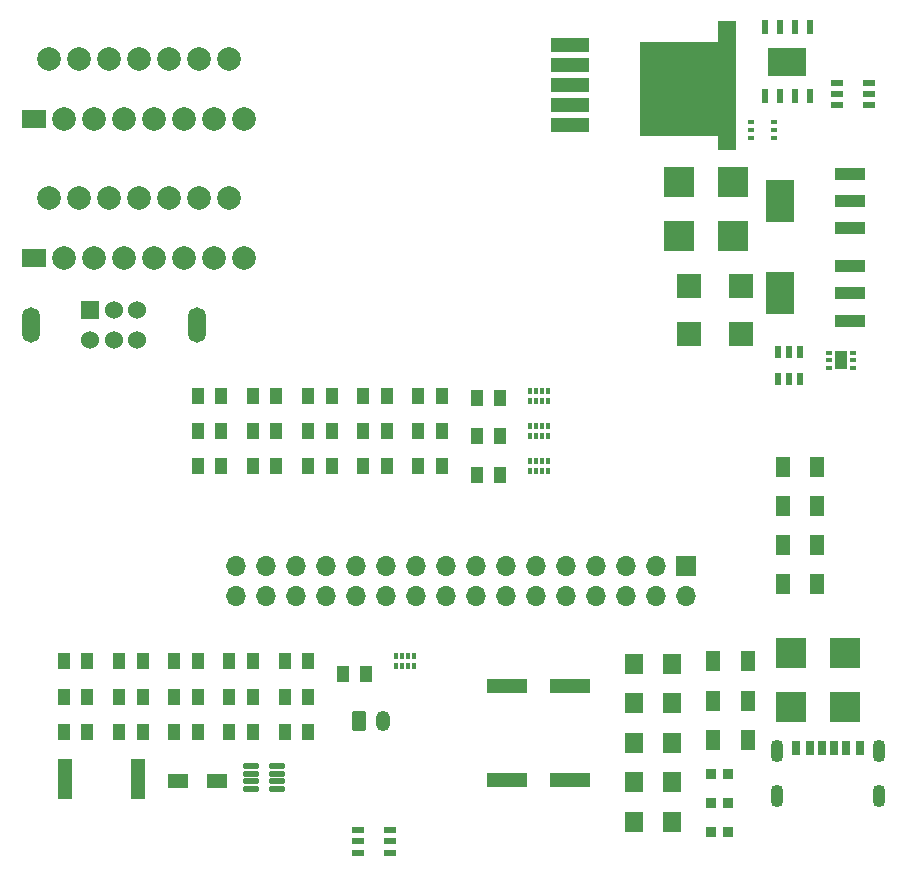
<source format=gbr>
%TF.GenerationSoftware,KiCad,Pcbnew,8.0.9*%
%TF.CreationDate,2025-04-09T15:01:16+02:00*%
%TF.ProjectId,Micro_mouse_final,4d696372-6f5f-46d6-9f75-73655f66696e,rev?*%
%TF.SameCoordinates,Original*%
%TF.FileFunction,Copper,L1,Top*%
%TF.FilePolarity,Positive*%
%FSLAX46Y46*%
G04 Gerber Fmt 4.6, Leading zero omitted, Abs format (unit mm)*
G04 Created by KiCad (PCBNEW 8.0.9) date 2025-04-09 15:01:16*
%MOMM*%
%LPD*%
G01*
G04 APERTURE LIST*
G04 Aperture macros list*
%AMRoundRect*
0 Rectangle with rounded corners*
0 $1 Rounding radius*
0 $2 $3 $4 $5 $6 $7 $8 $9 X,Y pos of 4 corners*
0 Add a 4 corners polygon primitive as box body*
4,1,4,$2,$3,$4,$5,$6,$7,$8,$9,$2,$3,0*
0 Add four circle primitives for the rounded corners*
1,1,$1+$1,$2,$3*
1,1,$1+$1,$4,$5*
1,1,$1+$1,$6,$7*
1,1,$1+$1,$8,$9*
0 Add four rect primitives between the rounded corners*
20,1,$1+$1,$2,$3,$4,$5,0*
20,1,$1+$1,$4,$5,$6,$7,0*
20,1,$1+$1,$6,$7,$8,$9,0*
20,1,$1+$1,$8,$9,$2,$3,0*%
%AMFreePoly0*
4,1,9,4.064008,-5.143510,2.540005,-5.143510,2.540005,-4.000000,-4.064008,-4.000000,-4.064008,4.000508,2.540005,4.000508,2.540005,5.778512,4.064008,5.778512,4.064008,-5.143510,4.064008,-5.143510,$1*%
G04 Aperture macros list end*
%TA.AperFunction,SMDPad,CuDef*%
%ADD10R,3.500000X1.200000*%
%TD*%
%TA.AperFunction,ComponentPad*%
%ADD11R,1.524003X1.524003*%
%TD*%
%TA.AperFunction,ComponentPad*%
%ADD12C,1.524003*%
%TD*%
%TA.AperFunction,ComponentPad*%
%ADD13O,1.524003X3.000000*%
%TD*%
%TA.AperFunction,SMDPad,CuDef*%
%ADD14R,1.100000X0.600000*%
%TD*%
%TA.AperFunction,SMDPad,CuDef*%
%ADD15R,2.500000X1.100000*%
%TD*%
%TA.AperFunction,SMDPad,CuDef*%
%ADD16R,2.340005X3.600000*%
%TD*%
%TA.AperFunction,SMDPad,CuDef*%
%ADD17R,0.600000X0.419990*%
%TD*%
%TA.AperFunction,SMDPad,CuDef*%
%ADD18R,0.600000X1.200000*%
%TD*%
%TA.AperFunction,SMDPad,CuDef*%
%ADD19R,3.300000X2.400000*%
%TD*%
%TA.AperFunction,ComponentPad*%
%ADD20C,2.000000*%
%TD*%
%TA.AperFunction,ComponentPad*%
%ADD21R,2.000000X1.600000*%
%TD*%
%TA.AperFunction,SMDPad,CuDef*%
%ADD22R,3.200000X1.150013*%
%TD*%
%TA.AperFunction,SMDPad,CuDef*%
%ADD23FreePoly0,0.000000*%
%TD*%
%TA.AperFunction,SMDPad,CuDef*%
%ADD24R,0.532004X1.072009*%
%TD*%
%TA.AperFunction,SMDPad,CuDef*%
%ADD25R,0.500000X0.350013*%
%TD*%
%TA.AperFunction,SMDPad,CuDef*%
%ADD26R,1.000000X1.600000*%
%TD*%
%TA.AperFunction,SMDPad,CuDef*%
%ADD27RoundRect,0.125000X-0.537500X-0.125000X0.537500X-0.125000X0.537500X0.125000X-0.537500X0.125000X0*%
%TD*%
%TA.AperFunction,SMDPad,CuDef*%
%ADD28R,2.500000X2.500000*%
%TD*%
%TA.AperFunction,SMDPad,CuDef*%
%ADD29R,1.132537X1.377013*%
%TD*%
%TA.AperFunction,SMDPad,CuDef*%
%ADD30R,0.300000X0.505004*%
%TD*%
%TA.AperFunction,SMDPad,CuDef*%
%ADD31R,1.207518X1.701016*%
%TD*%
%TA.AperFunction,SMDPad,CuDef*%
%ADD32R,0.806477X0.864008*%
%TD*%
%TA.AperFunction,SMDPad,CuDef*%
%ADD33R,1.282525X3.456007*%
%TD*%
%TA.AperFunction,SMDPad,CuDef*%
%ADD34R,0.800000X1.200000*%
%TD*%
%TA.AperFunction,SMDPad,CuDef*%
%ADD35R,0.700000X1.200000*%
%TD*%
%TA.AperFunction,ComponentPad*%
%ADD36O,1.100000X1.900000*%
%TD*%
%TA.AperFunction,ComponentPad*%
%ADD37RoundRect,0.250000X-0.350000X-0.625000X0.350000X-0.625000X0.350000X0.625000X-0.350000X0.625000X0*%
%TD*%
%TA.AperFunction,ComponentPad*%
%ADD38O,1.200000X1.750000*%
%TD*%
%TA.AperFunction,SMDPad,CuDef*%
%ADD39R,2.000000X2.000000*%
%TD*%
%TA.AperFunction,SMDPad,CuDef*%
%ADD40R,1.485014X1.727991*%
%TD*%
%TA.AperFunction,SMDPad,CuDef*%
%ADD41R,1.757506X1.296012*%
%TD*%
%TA.AperFunction,ComponentPad*%
%ADD42R,1.700000X1.700000*%
%TD*%
%TA.AperFunction,ComponentPad*%
%ADD43O,1.700000X1.700000*%
%TD*%
G04 APERTURE END LIST*
D10*
%TO.P,C4,1,1*%
%TO.N,/5V*%
X160659894Y-137500000D03*
%TO.P,C4,2,2*%
%TO.N,GND*%
X166000000Y-137500000D03*
%TD*%
%TO.P,C2,1,1*%
%TO.N,/5V Regulator Charge*%
X160659894Y-129595758D03*
%TO.P,C2,2,2*%
%TO.N,GND*%
X166000000Y-129595758D03*
%TD*%
D11*
%TO.P,U14,1,1*%
%TO.N,unconnected-(U14-Pad1)*%
X125385065Y-97760013D03*
D12*
%TO.P,U14,2,2*%
%TO.N,/5V Regulator Charge*%
X127385065Y-97760013D03*
%TO.P,U14,3,3*%
%TO.N,/9V*%
X129385065Y-97760013D03*
%TO.P,U14,4,4*%
%TO.N,/BatteryPos*%
X125385065Y-100260141D03*
%TO.P,U14,5,5*%
%TO.N,/5VBoostedOn*%
X127385065Y-100260141D03*
%TO.P,U14,6,6*%
%TO.N,unconnected-(U14-Pad6)*%
X129385065Y-100260141D03*
D13*
%TO.P,U14,7,7*%
%TO.N,unconnected-(U14-Pad7)*%
X134435103Y-99009950D03*
%TO.P,U14,8,8*%
%TO.N,unconnected-(U14-Pad8)*%
X120335027Y-99009950D03*
%TD*%
D14*
%TO.P,U13,3,ON*%
%TO.N,/CTRL_EXT_LOAD1*%
X191304532Y-78530351D03*
%TO.P,U13,2,GND*%
%TO.N,GND*%
X191304532Y-79480313D03*
%TO.P,U13,1,VIN*%
%TO.N,/CTRL_EXT_LOAD1*%
X191304532Y-80430275D03*
%TO.P,U13,6,VOUT*%
%TO.N,/EXT_LOAD1_OUT*%
X188604506Y-80430275D03*
%TO.P,U13,5,QOD*%
%TO.N,unconnected-(U13-QOD-Pad5)*%
X188604506Y-79480313D03*
%TO.P,U13,4,CT*%
%TO.N,unconnected-(U13-CT-Pad4)*%
X188604506Y-78530351D03*
%TD*%
D15*
%TO.P,U12,1,GND*%
%TO.N,Net-(U12-GND)*%
X189694437Y-98648702D03*
%TO.P,U12,2,VO*%
%TO.N,/3V3 OUT*%
X189694437Y-96348727D03*
%TO.P,U12,3,VI*%
%TO.N,/5V*%
X189694437Y-94048752D03*
D16*
%TO.P,U12,4*%
%TO.N,N/C*%
X183754508Y-96348727D03*
%TD*%
D14*
%TO.P,U11,3,ON*%
%TO.N,/CTRL_EXT_LOAD2*%
X150773336Y-141783891D03*
%TO.P,U11,2,GND*%
%TO.N,GND*%
X150773336Y-142733853D03*
%TO.P,U11,1,VIN*%
%TO.N,/CTRL_EXT_LOAD2*%
X150773336Y-143683815D03*
%TO.P,U11,6,VOUT*%
%TO.N,/EXT_LOAD2_OUT*%
X148073310Y-143683815D03*
%TO.P,U11,5,QOD*%
%TO.N,unconnected-(U11-QOD-Pad5)*%
X148073310Y-142733853D03*
%TO.P,U11,4,CT*%
%TO.N,unconnected-(U11-CT-Pad4)*%
X148073310Y-141783891D03*
%TD*%
D17*
%TO.P,U10,6,S*%
%TO.N,/FAST_CHARGE_CTRL*%
X181354506Y-83151475D03*
%TO.P,U10,5,VCC*%
%TO.N,/5V*%
X181354506Y-82501488D03*
%TO.P,U10,4,A*%
%TO.N,unconnected-(U10-A-Pad4)*%
X181354506Y-81851501D03*
%TO.P,U10,3,B1*%
%TO.N,Net-(U10-B1)*%
X183254430Y-81851501D03*
%TO.P,U10,2,GND*%
%TO.N,GND*%
X183254430Y-82501488D03*
%TO.P,U10,1,B2*%
%TO.N,Net-(U10-B2)*%
X183254430Y-83151475D03*
%TD*%
D18*
%TO.P,U9,1,TEMP*%
%TO.N,GND*%
X182476654Y-79638100D03*
%TO.P,U9,2,PROG*%
%TO.N,/R_prog*%
X183746657Y-79638100D03*
%TO.P,U9,3,GND*%
%TO.N,GND*%
X185016659Y-79638100D03*
%TO.P,U9,4,VCC*%
%TO.N,/5V*%
X186286662Y-79638100D03*
%TO.P,U9,5,BAT*%
%TO.N,/BatteryPos*%
X186286662Y-73821488D03*
%TO.P,U9,6,STDBY#*%
%TO.N,Net-(U9-STDBY#)*%
X185016659Y-73821488D03*
%TO.P,U9,7,CHRG#*%
%TO.N,Net-(U9-CHRG#)*%
X183746657Y-73821488D03*
%TO.P,U9,8,CE*%
%TO.N,/5V*%
X182476654Y-73821488D03*
D19*
%TO.P,U9,9,EP*%
%TO.N,unconnected-(U9-EP-Pad9)*%
X184381658Y-76729794D03*
%TD*%
D20*
%TO.P,U8,15,Sense_B*%
%TO.N,Net-(U8-Sense_B)*%
X138390018Y-93337007D03*
%TO.P,U8,14,Out4*%
%TO.N,/Motor4_B_Out*%
X137120015Y-88256997D03*
%TO.P,U8,13,Out3*%
%TO.N,/Motor4_A_OUT*%
X135850013Y-93337007D03*
%TO.P,U8,12,Input_4*%
%TO.N,/MOTOR4_CTRL2_2.4*%
X134580010Y-88256997D03*
%TO.P,U8,11,Enable_B*%
%TO.N,/MOTOR4_CTRL1_2.4*%
X133310008Y-93337007D03*
%TO.P,U8,10,Input_3*%
X132040005Y-88256997D03*
%TO.P,U8,9,VSS*%
%TO.N,/5V Out*%
X130770003Y-93337007D03*
%TO.P,U8,8,GND*%
%TO.N,GND*%
X129500000Y-88256997D03*
%TO.P,U8,7,Input_2*%
%TO.N,/MOTOR2_CTRL2_2.4*%
X128229997Y-93337007D03*
%TO.P,U8,6,Enable_A*%
%TO.N,/MOTOR2_CTRL1_2.4*%
X126959995Y-88256997D03*
%TO.P,U8,5,Input_1*%
X125689992Y-93337007D03*
%TO.P,U8,4,VS*%
%TO.N,/5V Out*%
X124419990Y-88256997D03*
%TO.P,U8,3,OUT_2*%
%TO.N,/Motor2_B_OUT*%
X123149987Y-93337007D03*
%TO.P,U8,2,OUT_1*%
%TO.N,/Motor2_A_OUT*%
X121879985Y-88256997D03*
D21*
%TO.P,U8,1,Sense_A*%
%TO.N,Net-(U8-Sense_A)*%
X120609982Y-93337007D03*
%TD*%
D20*
%TO.P,U7,15,Sense_B*%
%TO.N,Net-(U7-Sense_B)*%
X138390018Y-81580010D03*
%TO.P,U7,14,Out4*%
%TO.N,/MOTOR3_B_OUT*%
X137120015Y-76500000D03*
%TO.P,U7,13,Out3*%
%TO.N,/MOTOR3_A_OUT*%
X135850013Y-81580010D03*
%TO.P,U7,12,Input_4*%
%TO.N,/MOTOR3_CTRL2_2.4*%
X134580010Y-76500000D03*
%TO.P,U7,11,Enable_B*%
%TO.N,/MOTOR3_CTRL1_2.4*%
X133310008Y-81580010D03*
%TO.P,U7,10,Input_3*%
X132040005Y-76500000D03*
%TO.P,U7,9,VSS*%
%TO.N,/5V Out*%
X130770003Y-81580010D03*
%TO.P,U7,8,GND*%
%TO.N,GND*%
X129500000Y-76500000D03*
%TO.P,U7,7,Input_2*%
%TO.N,/MOTOR1_CTRL2_2.4*%
X128229997Y-81580010D03*
%TO.P,U7,6,Enable_A*%
%TO.N,/MOTOR1_CTRL1_2.4*%
X126959995Y-76500000D03*
%TO.P,U7,5,Input_1*%
X125689992Y-81580010D03*
%TO.P,U7,4,VS*%
%TO.N,/5V Out*%
X124419990Y-76500000D03*
%TO.P,U7,3,OUT_2*%
%TO.N,/MOTOR1_B_OUT*%
X123149987Y-81580010D03*
%TO.P,U7,2,OUT_1*%
%TO.N,/MOTOR1_A_OUT*%
X121879985Y-76500000D03*
D21*
%TO.P,U7,1,Sense_A*%
%TO.N,Net-(U7-Sense_A)*%
X120609982Y-81580010D03*
%TD*%
D22*
%TO.P,U5,5,ON#/OFF*%
%TO.N,/BatteryPos*%
X165984506Y-82086106D03*
%TO.P,U5,4,FB*%
%TO.N,/5V*%
X165984506Y-80384302D03*
%TO.P,U5,2,OUTPUT*%
%TO.N,/5V Regulator Charge*%
X165984506Y-76980696D03*
%TO.P,U5,3,GND*%
%TO.N,GND*%
X165984506Y-78682499D03*
%TO.P,U5,1,VIN*%
%TO.N,/5V Regulator Charge*%
X165984506Y-75278892D03*
D23*
%TO.P,U5,6,GND*%
%TO.N,GND*%
X176000000Y-79000000D03*
%TD*%
D24*
%TO.P,U4,1,SW*%
%TO.N,Net-(D6-A)*%
X183602933Y-103575688D03*
%TO.P,U4,2,GND*%
%TO.N,GND*%
X184552895Y-103575688D03*
%TO.P,U4,3,FB*%
%TO.N,Net-(U4-FB)*%
X185502857Y-103575688D03*
%TO.P,U4,4,EN*%
%TO.N,/5VBoostedOn*%
X185502857Y-101277492D03*
%TO.P,U4,5,IN*%
X184552895Y-101277492D03*
%TO.P,U4,6,NC*%
%TO.N,unconnected-(U4-NC-Pad6)*%
X183602933Y-101277492D03*
%TD*%
D25*
%TO.P,U3,1,CC1*%
%TO.N,Net-(J2-CC1)*%
X187940553Y-101359445D03*
%TO.P,U3,2,VUSB*%
%TO.N,/9V*%
X187940553Y-102009433D03*
%TO.P,U3,3,VSET*%
%TO.N,Net-(U3-VSET)*%
X187940553Y-102659420D03*
%TO.P,U3,4,D+*%
%TO.N,unconnected-(U3-D+-Pad4)*%
X189940553Y-102659420D03*
%TO.P,U3,5,D-*%
%TO.N,unconnected-(U3-D--Pad5)*%
X189940553Y-102009433D03*
%TO.P,U3,6,CC2*%
%TO.N,Net-(J2-CC2)*%
X189940553Y-101359445D03*
D26*
%TO.P,U3,7,GND*%
%TO.N,GND*%
X188940553Y-102009433D03*
%TD*%
D15*
%TO.P,U2,1,GND*%
%TO.N,Net-(U2-GND)*%
X189694437Y-90843876D03*
%TO.P,U2,2,VO*%
%TO.N,/3V3 OUT*%
X189694437Y-88543901D03*
%TO.P,U2,3,VI*%
%TO.N,/5V Out*%
X189694437Y-86243926D03*
D16*
%TO.P,U2,4*%
%TO.N,N/C*%
X183754508Y-88543901D03*
%TD*%
D27*
%TO.P,U1,1,IN+*%
%TO.N,Net-(J1-Pin_1)*%
X138960810Y-136356942D03*
%TO.P,U1,2,IN-*%
%TO.N,/BatteryPos*%
X138960810Y-137006942D03*
%TO.P,U1,3,GND*%
%TO.N,GND*%
X138960810Y-137656942D03*
%TO.P,U1,4,VS*%
%TO.N,/5V Out*%
X138960810Y-138306942D03*
%TO.P,U1,5,SCL*%
%TO.N,/I2C1_SCL*%
X141235810Y-138306942D03*
%TO.P,U1,6,SDA*%
%TO.N,/I2C1_SDA*%
X141235810Y-137656942D03*
%TO.P,U1,7,A0*%
%TO.N,GND*%
X141235810Y-137006942D03*
%TO.P,U1,8,A1*%
%TO.N,/5V Out*%
X141235810Y-136356942D03*
%TD*%
D28*
%TO.P,TP9,1,1*%
%TO.N,GND*%
X179809506Y-91466488D03*
%TD*%
%TO.P,TP8,1,1*%
%TO.N,Net-(U3-VSET)*%
X179809506Y-86916488D03*
%TD*%
%TO.P,TP7,1,1*%
%TO.N,/5V*%
X175259506Y-91466488D03*
%TD*%
%TO.P,TP6,1,1*%
%TO.N,/5V Regulator Charge*%
X175259506Y-86916488D03*
%TD*%
%TO.P,TP5,1,1*%
%TO.N,/BatteryPos*%
X189295074Y-131352676D03*
%TD*%
%TO.P,TP4,1,1*%
%TO.N,/BatteryPos*%
X189295074Y-126802676D03*
%TD*%
%TO.P,TP2,1,1*%
%TO.N,/5V*%
X184745074Y-131352676D03*
%TD*%
%TO.P,TP1,1,1*%
%TO.N,/5V Out*%
X184745074Y-126802676D03*
%TD*%
D29*
%TO.P,R43,2,2*%
%TO.N,GND*%
X143849352Y-133473176D03*
%TO.P,R43,1,1*%
%TO.N,Net-(R42-Pad2)*%
X141849352Y-133473176D03*
%TD*%
%TO.P,R42,2,2*%
%TO.N,Net-(R42-Pad2)*%
X143849352Y-130486588D03*
%TO.P,R42,1,1*%
%TO.N,/MOTOR1_CTRL2_2.4*%
X141849352Y-130486588D03*
%TD*%
%TO.P,R41,2,2*%
%TO.N,/MOTOR1_CTRL2_2.4*%
X143849352Y-127500000D03*
%TO.P,R41,1,1*%
%TO.N,/MOTOR1_CTRL2*%
X141849352Y-127500000D03*
%TD*%
%TO.P,R40,2,2*%
%TO.N,GND*%
X155174676Y-110986588D03*
%TO.P,R40,1,1*%
%TO.N,Net-(R39-Pad2)*%
X153174676Y-110986588D03*
%TD*%
%TO.P,R39,2,2*%
%TO.N,Net-(R39-Pad2)*%
X155174676Y-108000000D03*
%TO.P,R39,1,1*%
%TO.N,/MOTOR1_CTRL1_2.4*%
X153174676Y-108000000D03*
%TD*%
%TO.P,R38,2,2*%
%TO.N,/MOTOR1_CTRL1_2.4*%
X155174676Y-105013412D03*
%TO.P,R38,1,1*%
%TO.N,/MOTOR1_CTRL1*%
X153174676Y-105013412D03*
%TD*%
%TO.P,R37,2,2*%
%TO.N,GND*%
X139174676Y-133473176D03*
%TO.P,R37,1,1*%
%TO.N,Net-(R36-Pad2)*%
X137174676Y-133473176D03*
%TD*%
%TO.P,R36,2,2*%
%TO.N,Net-(R36-Pad2)*%
X139174676Y-130486588D03*
%TO.P,R36,1,1*%
%TO.N,/MOTOR3_CTRL2_2.4*%
X137174676Y-130486588D03*
%TD*%
%TO.P,R35,2,2*%
%TO.N,/MOTOR3_CTRL2_2.4*%
X139174676Y-127500000D03*
%TO.P,R35,1,1*%
%TO.N,/MOTOR3_CTRL2*%
X137174676Y-127500000D03*
%TD*%
%TO.P,R34,2,2*%
%TO.N,GND*%
X150500000Y-110986588D03*
%TO.P,R34,1,1*%
%TO.N,Net-(R33-Pad2)*%
X148500000Y-110986588D03*
%TD*%
%TO.P,R33,2,2*%
%TO.N,Net-(R33-Pad2)*%
X150500000Y-108000000D03*
%TO.P,R33,1,1*%
%TO.N,/MOTOR3_CTRL1_2.4*%
X148500000Y-108000000D03*
%TD*%
%TO.P,R32,2,2*%
%TO.N,/MOTOR3_CTRL1_2.4*%
X150500000Y-105013412D03*
%TO.P,R32,1,1*%
%TO.N,/MOTOR3_CTRL1*%
X148500000Y-105013412D03*
%TD*%
%TO.P,R31,2,2*%
%TO.N,GND*%
X134500000Y-133473176D03*
%TO.P,R31,1,1*%
%TO.N,Net-(R30-Pad2)*%
X132500000Y-133473176D03*
%TD*%
%TO.P,R30,2,2*%
%TO.N,Net-(R30-Pad2)*%
X134500000Y-130486588D03*
%TO.P,R30,1,1*%
%TO.N,/MOTOR4_CTRL2_2.4*%
X132500000Y-130486588D03*
%TD*%
%TO.P,R29,2,2*%
%TO.N,/MOTOR4_CTRL2_2.4*%
X134500000Y-127500000D03*
%TO.P,R29,1,1*%
%TO.N,/MOTOR4_CTRL2*%
X132500000Y-127500000D03*
%TD*%
%TO.P,R28,2,2*%
%TO.N,GND*%
X145825324Y-110986588D03*
%TO.P,R28,1,1*%
%TO.N,Net-(R27-Pad2)*%
X143825324Y-110986588D03*
%TD*%
%TO.P,R27,2,2*%
%TO.N,Net-(R27-Pad2)*%
X145825324Y-108000000D03*
%TO.P,R27,1,1*%
%TO.N,/MOTOR4_CTRL1_2.4*%
X143825324Y-108000000D03*
%TD*%
%TO.P,R26,2,2*%
%TO.N,/MOTOR4_CTRL1_2.4*%
X145825324Y-105013412D03*
%TO.P,R26,1,1*%
%TO.N,/MOTOR4_CTRL1*%
X143825324Y-105013412D03*
%TD*%
%TO.P,R25,2,2*%
%TO.N,GND*%
X129825324Y-133473176D03*
%TO.P,R25,1,1*%
%TO.N,Net-(R24-Pad2)*%
X127825324Y-133473176D03*
%TD*%
%TO.P,R24,2,2*%
%TO.N,Net-(R24-Pad2)*%
X129825324Y-130486588D03*
%TO.P,R24,1,1*%
%TO.N,/MOTOR2_CTRL2_2.4*%
X127825324Y-130486588D03*
%TD*%
%TO.P,R23,2,2*%
%TO.N,/MOTOR2_CTRL2_2.4*%
X129825324Y-127500000D03*
%TO.P,R23,1,1*%
%TO.N,/MOTOR2_CTRL2*%
X127825324Y-127500000D03*
%TD*%
%TO.P,R22,2,2*%
%TO.N,GND*%
X141150648Y-110986588D03*
%TO.P,R22,1,1*%
%TO.N,Net-(R18-Pad2)*%
X139150648Y-110986588D03*
%TD*%
%TO.P,R21,2,2*%
%TO.N,/MOTOR2_CTRL1_2.4*%
X141150648Y-108000000D03*
%TO.P,R21,1,1*%
%TO.N,/MOTOR2_CTRL1*%
X139150648Y-108000000D03*
%TD*%
D30*
%TO.P,R20,1,1*%
%TO.N,unconnected-(R20-Pad1)*%
X151298046Y-127012932D03*
%TO.P,R20,2,2*%
%TO.N,unconnected-(R20-Pad2)*%
X151798174Y-127012932D03*
%TO.P,R20,3,3*%
%TO.N,Net-(R20-Pad3)*%
X152298046Y-127012932D03*
%TO.P,R20,4,4*%
X152798174Y-127012932D03*
%TO.P,R20,8,8*%
%TO.N,unconnected-(R20-Pad8)*%
X151298046Y-127867898D03*
%TO.P,R20,7,7*%
%TO.N,unconnected-(R20-Pad7)*%
X151798174Y-127867898D03*
%TO.P,R20,6,6*%
%TO.N,GND*%
X152298046Y-127867898D03*
%TO.P,R20,5,5*%
%TO.N,Net-(U8-Sense_B)*%
X152798174Y-127867898D03*
%TD*%
D29*
%TO.P,R19,2,2*%
%TO.N,GND*%
X141150648Y-105013412D03*
%TO.P,R19,1,1*%
%TO.N,Net-(U12-GND)*%
X139150648Y-105013412D03*
%TD*%
%TO.P,R18,2,2*%
%TO.N,Net-(R18-Pad2)*%
X125150648Y-133473176D03*
%TO.P,R18,1,1*%
%TO.N,/MOTOR2_CTRL1_2.4*%
X123150648Y-133473176D03*
%TD*%
D30*
%TO.P,R17,1,1*%
%TO.N,unconnected-(R17-Pad1)*%
X162623370Y-110516537D03*
%TO.P,R17,2,2*%
%TO.N,unconnected-(R17-Pad2)*%
X163123498Y-110516537D03*
%TO.P,R17,3,3*%
%TO.N,Net-(R17-Pad3)*%
X163623370Y-110516537D03*
%TO.P,R17,4,4*%
X164123498Y-110516537D03*
%TO.P,R17,8,8*%
%TO.N,unconnected-(R17-Pad8)*%
X162623370Y-111371503D03*
%TO.P,R17,7,7*%
%TO.N,unconnected-(R17-Pad7)*%
X163123498Y-111371503D03*
%TO.P,R17,6,6*%
%TO.N,GND*%
X163623370Y-111371503D03*
%TO.P,R17,5,5*%
%TO.N,Net-(U7-Sense_B)*%
X164123498Y-111371503D03*
%TD*%
D31*
%TO.P,R16,2*%
%TO.N,Net-(U9-CHRG#)*%
X181066190Y-134126524D03*
%TO.P,R16,1*%
%TO.N,Net-(LED1-K)*%
X178108608Y-134126524D03*
%TD*%
D29*
%TO.P,R15,2*%
%TO.N,Net-(U10-B1)*%
X125150648Y-130486588D03*
%TO.P,R15,1*%
%TO.N,/R_prog*%
X123150648Y-130486588D03*
%TD*%
D31*
%TO.P,R14,2*%
%TO.N,Net-(LED2-K)*%
X181066190Y-130815932D03*
%TO.P,R14,1*%
%TO.N,Net-(U9-STDBY#)*%
X178108608Y-130815932D03*
%TD*%
%TO.P,R13,2,2*%
%TO.N,/5V*%
X181066190Y-127505340D03*
%TO.P,R13,1,1*%
X178108608Y-127505340D03*
%TD*%
%TO.P,R12,2*%
%TO.N,Net-(U10-B2)*%
X186957582Y-120931776D03*
%TO.P,R12,1*%
%TO.N,/R_prog*%
X184000000Y-120931776D03*
%TD*%
%TO.P,R11,2,2*%
%TO.N,/5V*%
X186957582Y-117621184D03*
%TO.P,R11,1,1*%
X184000000Y-117621184D03*
%TD*%
D29*
%TO.P,R10,2,2*%
%TO.N,GND*%
X125150648Y-127500000D03*
%TO.P,R10,1,1*%
%TO.N,Net-(U2-GND)*%
X123150648Y-127500000D03*
%TD*%
D31*
%TO.P,R9,2,2*%
%TO.N,/5V*%
X186957582Y-114310592D03*
%TO.P,R9,1,1*%
X184000000Y-114310592D03*
%TD*%
D30*
%TO.P,R8,1,1*%
%TO.N,GND*%
X162623370Y-107546966D03*
%TO.P,R8,2,2*%
%TO.N,Net-(R8-Pad2)*%
X163123498Y-107546966D03*
%TO.P,R8,3,3*%
X163623370Y-107546966D03*
%TO.P,R8,4,4*%
%TO.N,Net-(U7-Sense_A)*%
X164123498Y-107546966D03*
%TO.P,R8,8,8*%
%TO.N,Net-(R8-Pad7)*%
X162623370Y-108401932D03*
%TO.P,R8,7,7*%
X163123498Y-108401932D03*
%TO.P,R8,6,6*%
%TO.N,Net-(R8-Pad5)*%
X163623370Y-108401932D03*
%TO.P,R8,5,5*%
X164123498Y-108401932D03*
%TD*%
%TO.P,R7,1,1*%
%TO.N,GND*%
X162623370Y-104577395D03*
%TO.P,R7,2,2*%
%TO.N,Net-(R7-Pad2)*%
X163123498Y-104577395D03*
%TO.P,R7,3,3*%
X163623370Y-104577395D03*
%TO.P,R7,4,4*%
%TO.N,Net-(U8-Sense_A)*%
X164123498Y-104577395D03*
%TO.P,R7,8,8*%
%TO.N,Net-(R7-Pad7)*%
X162623370Y-105432361D03*
%TO.P,R7,7,7*%
X163123498Y-105432361D03*
%TO.P,R7,6,6*%
%TO.N,Net-(R7-Pad5)*%
X163623370Y-105432361D03*
%TO.P,R7,5,5*%
X164123498Y-105432361D03*
%TD*%
D31*
%TO.P,R6,2*%
%TO.N,GND*%
X186957582Y-111000000D03*
%TO.P,R6,1*%
%TO.N,Net-(U4-FB)*%
X184000000Y-111000000D03*
%TD*%
D29*
%TO.P,R5,2*%
%TO.N,Net-(U4-FB)*%
X136475972Y-110986588D03*
%TO.P,R5,1*%
%TO.N,/5V Out*%
X134475972Y-110986588D03*
%TD*%
%TO.P,R4,2,2*%
%TO.N,Net-(U2-GND)*%
X136475972Y-108000000D03*
%TO.P,R4,1,1*%
%TO.N,/3V3 OUT*%
X134475972Y-108000000D03*
%TD*%
D32*
%TO.P,R3,2,2*%
%TO.N,GND*%
X179414730Y-141961701D03*
%TO.P,R3,1,1*%
%TO.N,Net-(U3-VSET)*%
X177907998Y-141961701D03*
%TD*%
D29*
%TO.P,R2,2,2*%
%TO.N,Net-(U12-GND)*%
X136475972Y-105013412D03*
%TO.P,R2,1,1*%
%TO.N,/3V3 OUT*%
X134475972Y-105013412D03*
%TD*%
D33*
%TO.P,R1,2,2*%
%TO.N,/BatteryPos*%
X129391948Y-137489733D03*
%TO.P,R1,1,1*%
%TO.N,Net-(J1-Pin_1)*%
X123259360Y-137489733D03*
%TD*%
D32*
%TO.P,LED2,2,A*%
%TO.N,/5V*%
X179414730Y-139488091D03*
%TO.P,LED2,1,K*%
%TO.N,Net-(LED2-K)*%
X177907998Y-139488091D03*
%TD*%
%TO.P,LED1,2,A*%
%TO.N,/5V*%
X179414730Y-137014481D03*
%TO.P,LED1,1,K*%
%TO.N,Net-(LED1-K)*%
X177907998Y-137014481D03*
%TD*%
D29*
%TO.P,L4,1,1*%
%TO.N,Net-(L3-Pad1)*%
X146789355Y-128547905D03*
%TO.P,L4,2,2*%
%TO.N,/5V*%
X148721791Y-128547905D03*
%TD*%
%TO.P,L3,1,1*%
%TO.N,Net-(L3-Pad1)*%
X158114679Y-111735077D03*
%TO.P,L3,2,2*%
%TO.N,Net-(L2-Pad2)*%
X160047115Y-111735077D03*
%TD*%
%TO.P,L2,1,1*%
%TO.N,/5V Regulator Charge*%
X158114679Y-108449073D03*
%TO.P,L2,2,2*%
%TO.N,Net-(L2-Pad2)*%
X160047115Y-108449073D03*
%TD*%
%TO.P,L1,1,1*%
%TO.N,/5VBoostedOn*%
X158114679Y-105163069D03*
%TO.P,L1,2,2*%
%TO.N,Net-(D6-A)*%
X160047115Y-105163069D03*
%TD*%
D34*
%TO.P,J2,B12,GND*%
%TO.N,GND*%
X185140090Y-134827740D03*
D35*
%TO.P,J2,B9,VBUS*%
%TO.N,/9V*%
X186339988Y-134827740D03*
%TO.P,J2,A5,CC1*%
%TO.N,Net-(J2-CC1)*%
X187339988Y-134827740D03*
%TO.P,J2,B5,CC2*%
%TO.N,Net-(J2-CC2)*%
X188339988Y-134827740D03*
%TO.P,J2,A9,VBUS*%
%TO.N,/9V*%
X189339988Y-134827740D03*
D34*
%TO.P,J2,A12,GND*%
%TO.N,GND*%
X190539886Y-134827740D03*
D36*
%TO.P,J2,7*%
%TO.N,N/C*%
X192159902Y-138877778D03*
X183520074Y-138877778D03*
X192159902Y-135077676D03*
X183520074Y-135077676D03*
%TD*%
D37*
%TO.P,J1,1,Pin_1*%
%TO.N,Net-(J1-Pin_1)*%
X148158310Y-132561942D03*
D38*
%TO.P,J1,2,Pin_2*%
%TO.N,GND*%
X150158310Y-132561942D03*
%TD*%
D39*
%TO.P,D6,2,A*%
%TO.N,Net-(D6-A)*%
X180514302Y-99748727D03*
%TO.P,D6,1,K*%
%TO.N,/5V Out*%
X176114506Y-99748727D03*
%TD*%
%TO.P,D2,2,A*%
%TO.N,GND*%
X180514302Y-95743901D03*
%TO.P,D2,1,K*%
%TO.N,/5V Regulator Charge*%
X176114506Y-95743901D03*
%TD*%
D40*
%TO.P,C8,2*%
%TO.N,GND*%
X174642459Y-141066957D03*
%TO.P,C8,1*%
%TO.N,/5V*%
X171457293Y-141066957D03*
%TD*%
D41*
%TO.P,C7,1*%
%TO.N,/BatteryPos*%
X132774001Y-137583942D03*
%TO.P,C7,2*%
%TO.N,GND*%
X136146619Y-137583942D03*
%TD*%
D40*
%TO.P,C6,2*%
%TO.N,GND*%
X174642459Y-137729339D03*
%TO.P,C6,1*%
%TO.N,/5V Out*%
X171457293Y-137729339D03*
%TD*%
%TO.P,C5,2*%
%TO.N,GND*%
X174642459Y-134391721D03*
%TO.P,C5,1*%
%TO.N,/5V Out*%
X171457293Y-134391721D03*
%TD*%
%TO.P,C3,2*%
%TO.N,GND*%
X174642459Y-131054103D03*
%TO.P,C3,1*%
%TO.N,/5VBoostedOn*%
X171457293Y-131054103D03*
%TD*%
%TO.P,C1,2,2*%
%TO.N,GND*%
X174642459Y-127716485D03*
%TO.P,C1,1,1*%
%TO.N,/9V*%
X171457293Y-127716485D03*
%TD*%
D42*
%TO.P,J3,1,Pin_1*%
%TO.N,/Motor2_B_OUT*%
X175820000Y-119460000D03*
D43*
%TO.P,J3,2,Pin_2*%
%TO.N,/Motor2_A_OUT*%
X175820000Y-122000000D03*
%TO.P,J3,3,Pin_3*%
%TO.N,/Motor4_A_OUT*%
X173280000Y-119460000D03*
%TO.P,J3,4,Pin_4*%
%TO.N,/MOTOR2_CTRL1*%
X173280000Y-122000000D03*
%TO.P,J3,5,Pin_5*%
%TO.N,/Motor4_B_Out*%
X170740000Y-119460000D03*
%TO.P,J3,6,Pin_6*%
%TO.N,/MOTOR2_CTRL2*%
X170740000Y-122000000D03*
%TO.P,J3,7,Pin_7*%
%TO.N,/CTRL_EXT_LOAD2*%
X168200000Y-119460000D03*
%TO.P,J3,8,Pin_8*%
%TO.N,/MOTOR4_CTRL1*%
X168200000Y-122000000D03*
%TO.P,J3,9,Pin_9*%
%TO.N,/USART2_RX*%
X165660000Y-119460000D03*
%TO.P,J3,10,Pin_10*%
%TO.N,/MOTOR4_CTRL2*%
X165660000Y-122000000D03*
%TO.P,J3,11,Pin_11*%
%TO.N,/EXT_LOAD2_OUT*%
X163120000Y-119460000D03*
%TO.P,J3,12,Pin_12*%
%TO.N,/USART2_TX*%
X163120000Y-122000000D03*
%TO.P,J3,13,Pin_13*%
%TO.N,/FAST_CHARGE_CTRL*%
X160580000Y-119460000D03*
%TO.P,J3,14,Pin_14*%
%TO.N,/Battery*%
X160580000Y-122000000D03*
%TO.P,J3,15,Pin_15*%
%TO.N,unconnected-(J3-Pin_15-Pad15)*%
X158040000Y-119460000D03*
%TO.P,J3,16,Pin_16*%
%TO.N,/I2C1_SCL*%
X158040000Y-122000000D03*
%TO.P,J3,17,Pin_17*%
%TO.N,/I2C1_SDA*%
X155500000Y-119460000D03*
%TO.P,J3,18,Pin_18*%
%TO.N,/3V3 OUT*%
X155500000Y-122000000D03*
%TO.P,J3,19,Pin_19*%
%TO.N,GND*%
X152960000Y-119460000D03*
%TO.P,J3,20,Pin_20*%
%TO.N,/5V Out*%
X152960000Y-122000000D03*
%TO.P,J3,21,Pin_21*%
%TO.N,/EXT_LOAD1_OUT*%
X150420000Y-119460000D03*
%TO.P,J3,22,Pin_22*%
%TO.N,/9V*%
X150420000Y-122000000D03*
%TO.P,J3,23,Pin_23*%
%TO.N,GND*%
X147880000Y-119460000D03*
%TO.P,J3,24,Pin_24*%
%TO.N,/MOTOR3_CTRL1*%
X147880000Y-122000000D03*
%TO.P,J3,25,Pin_25*%
%TO.N,/CTRL_EXT_LOAD1*%
X145340000Y-119460000D03*
%TO.P,J3,26,Pin_26*%
%TO.N,/MOTOR3_CTRL2*%
X145340000Y-122000000D03*
%TO.P,J3,27,Pin_27*%
%TO.N,/MOTOR3_A_OUT*%
X142800000Y-119460000D03*
%TO.P,J3,28,Pin_28*%
%TO.N,/MOTOR1_CTRL1*%
X142800000Y-122000000D03*
%TO.P,J3,29,Pin_29*%
%TO.N,/MOTOR3_B_OUT*%
X140260000Y-119460000D03*
%TO.P,J3,30,Pin_30*%
%TO.N,/MOTOR1_CTRL2*%
X140260000Y-122000000D03*
%TO.P,J3,31,Pin_31*%
%TO.N,/MOTOR1_B_OUT*%
X137720000Y-119460000D03*
%TO.P,J3,32,Pin_32*%
%TO.N,/MOTOR1_A_OUT*%
X137720000Y-122000000D03*
%TD*%
M02*

</source>
